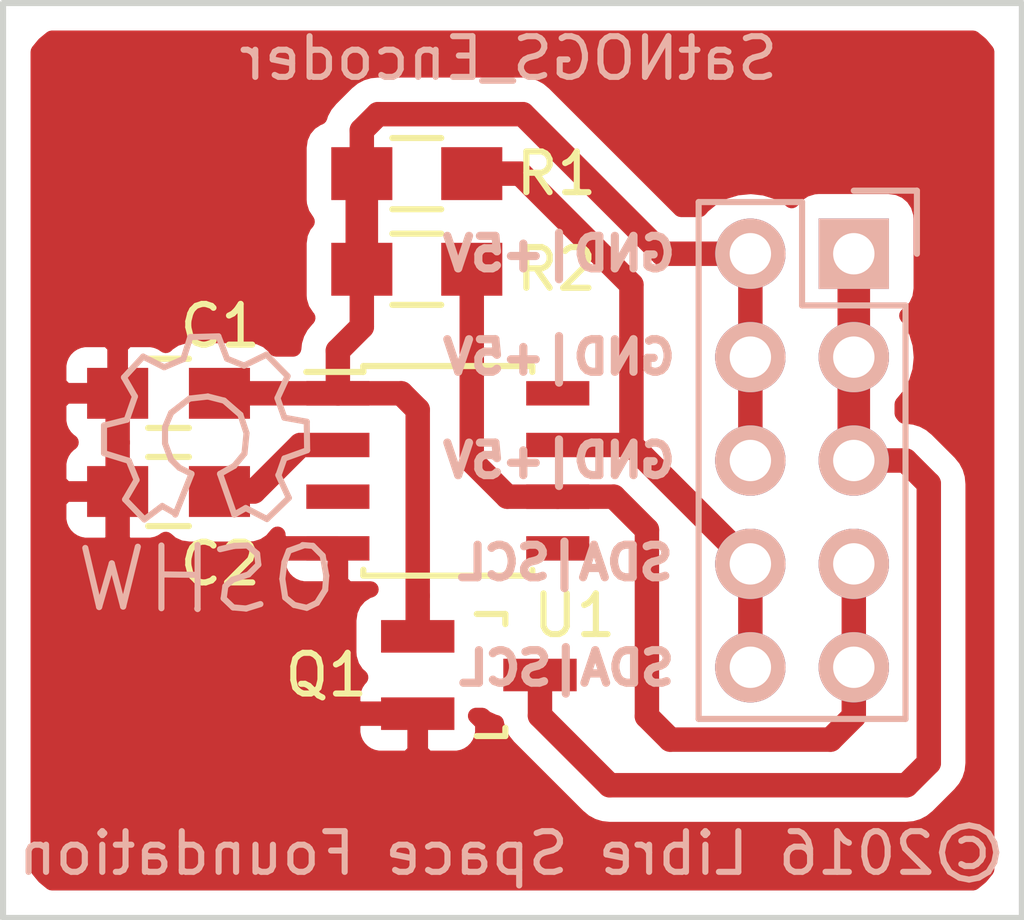
<source format=kicad_pcb>
(kicad_pcb (version 4) (host pcbnew 4.0.2-stable)

  (general
    (links 20)
    (no_connects 0)
    (area 132.830499 68.568499 158.905334 91.197501)
    (thickness 1.6)
    (drawings 9)
    (tracks 54)
    (zones 0)
    (modules 8)
    (nets 10)
  )

  (page A4)
  (layers
    (0 F.Cu signal)
    (31 B.Cu signal)
    (32 B.Adhes user)
    (33 F.Adhes user)
    (34 B.Paste user)
    (35 F.Paste user)
    (36 B.SilkS user)
    (37 F.SilkS user)
    (38 B.Mask user)
    (39 F.Mask user)
    (40 Dwgs.User user)
    (41 Cmts.User user)
    (42 Eco1.User user)
    (43 Eco2.User user)
    (44 Edge.Cuts user)
    (45 Margin user)
    (46 B.CrtYd user)
    (47 F.CrtYd user)
    (48 B.Fab user)
    (49 F.Fab user)
  )

  (setup
    (last_trace_width 0.6)
    (trace_clearance 0.2)
    (zone_clearance 0.6)
    (zone_45_only no)
    (trace_min 0.2)
    (segment_width 0.2)
    (edge_width 0.15)
    (via_size 0.8)
    (via_drill 0.4)
    (via_min_size 0.4)
    (via_min_drill 0.3)
    (uvia_size 0.3)
    (uvia_drill 0.1)
    (uvias_allowed no)
    (uvia_min_size 0.2)
    (uvia_min_drill 0.1)
    (pcb_text_width 0.3)
    (pcb_text_size 1.5 1.5)
    (mod_edge_width 0.15)
    (mod_text_size 1 1)
    (mod_text_width 0.15)
    (pad_size 1.524 1.524)
    (pad_drill 0.762)
    (pad_to_mask_clearance 0.2)
    (aux_axis_origin 0 0)
    (visible_elements FFFFFF7F)
    (pcbplotparams
      (layerselection 0x01000_80000001)
      (usegerberextensions false)
      (excludeedgelayer true)
      (linewidth 0.100000)
      (plotframeref false)
      (viasonmask false)
      (mode 1)
      (useauxorigin false)
      (hpglpennumber 1)
      (hpglpenspeed 20)
      (hpglpendiameter 15)
      (hpglpenoverlay 2)
      (psnegative false)
      (psa4output false)
      (plotreference true)
      (plotvalue true)
      (plotinvisibletext false)
      (padsonsilk false)
      (subtractmaskfromsilk false)
      (outputformat 1)
      (mirror false)
      (drillshape 0)
      (scaleselection 1)
      (outputdirectory gerber/))
  )

  (net 0 "")
  (net 1 GND)
  (net 2 "Net-(C2-Pad1)")
  (net 3 /SDA)
  (net 4 /SCL)
  (net 5 "Net-(U1-Pad3)")
  (net 6 "Net-(U1-Pad5)")
  (net 7 "Net-(U1-Pad8)")
  (net 8 +5V)
  (net 9 "Net-(P1-Pad1)")

  (net_class Default "This is the default net class."
    (clearance 0.2)
    (trace_width 0.6)
    (via_dia 0.8)
    (via_drill 0.4)
    (uvia_dia 0.3)
    (uvia_drill 0.1)
    (add_net +5V)
    (add_net /SCL)
    (add_net /SDA)
    (add_net GND)
    (add_net "Net-(C2-Pad1)")
    (add_net "Net-(P1-Pad1)")
    (add_net "Net-(U1-Pad3)")
    (add_net "Net-(U1-Pad5)")
    (add_net "Net-(U1-Pad8)")
  )

  (module Capacitors_SMD:C_0805_HandSoldering (layer F.Cu) (tedit 56B9B650) (tstamp 56B9B22A)
    (at 136.9695 78.232 180)
    (descr "Capacitor SMD 0805, hand soldering")
    (tags "capacitor 0805")
    (path /56B9AC87)
    (attr smd)
    (fp_text reference C1 (at -1.27 1.651 180) (layer F.SilkS)
      (effects (font (size 1 1) (thickness 0.15)))
    )
    (fp_text value 100n (at 0 2.1 180) (layer F.Fab) hide
      (effects (font (size 1 1) (thickness 0.15)))
    )
    (fp_line (start -2.3 -1) (end 2.3 -1) (layer F.CrtYd) (width 0.05))
    (fp_line (start -2.3 1) (end 2.3 1) (layer F.CrtYd) (width 0.05))
    (fp_line (start -2.3 -1) (end -2.3 1) (layer F.CrtYd) (width 0.05))
    (fp_line (start 2.3 -1) (end 2.3 1) (layer F.CrtYd) (width 0.05))
    (fp_line (start 0.5 -0.85) (end -0.5 -0.85) (layer F.SilkS) (width 0.15))
    (fp_line (start -0.5 0.85) (end 0.5 0.85) (layer F.SilkS) (width 0.15))
    (pad 1 smd rect (at -1.25 0 180) (size 1.5 1.25) (layers F.Cu F.Paste F.Mask)
      (net 8 +5V))
    (pad 2 smd rect (at 1.25 0 180) (size 1.5 1.25) (layers F.Cu F.Paste F.Mask)
      (net 1 GND))
    (model Capacitors_SMD.3dshapes/C_0805_HandSoldering.wrl
      (at (xyz 0 0 0))
      (scale (xyz 1 1 1))
      (rotate (xyz 0 0 0))
    )
  )

  (module Capacitors_SMD:C_0805_HandSoldering (layer F.Cu) (tedit 56B9B653) (tstamp 56B9B230)
    (at 136.9695 80.645 180)
    (descr "Capacitor SMD 0805, hand soldering")
    (tags "capacitor 0805")
    (path /56B9ACF0)
    (attr smd)
    (fp_text reference C2 (at -1.27 -1.778 180) (layer F.SilkS)
      (effects (font (size 1 1) (thickness 0.15)))
    )
    (fp_text value 1u (at 0 2.1 180) (layer F.Fab) hide
      (effects (font (size 1 1) (thickness 0.15)))
    )
    (fp_line (start -2.3 -1) (end 2.3 -1) (layer F.CrtYd) (width 0.05))
    (fp_line (start -2.3 1) (end 2.3 1) (layer F.CrtYd) (width 0.05))
    (fp_line (start -2.3 -1) (end -2.3 1) (layer F.CrtYd) (width 0.05))
    (fp_line (start 2.3 -1) (end 2.3 1) (layer F.CrtYd) (width 0.05))
    (fp_line (start 0.5 -0.85) (end -0.5 -0.85) (layer F.SilkS) (width 0.15))
    (fp_line (start -0.5 0.85) (end 0.5 0.85) (layer F.SilkS) (width 0.15))
    (pad 1 smd rect (at -1.25 0 180) (size 1.5 1.25) (layers F.Cu F.Paste F.Mask)
      (net 2 "Net-(C2-Pad1)"))
    (pad 2 smd rect (at 1.25 0 180) (size 1.5 1.25) (layers F.Cu F.Paste F.Mask)
      (net 1 GND))
    (model Capacitors_SMD.3dshapes/C_0805_HandSoldering.wrl
      (at (xyz 0 0 0))
      (scale (xyz 1 1 1))
      (rotate (xyz 0 0 0))
    )
  )

  (module Housings_SOIC:SOIC-8_3.9x4.9mm_Pitch1.27mm (layer F.Cu) (tedit 56B9C0BF) (tstamp 56B9B248)
    (at 143.8275 80.137)
    (descr "8-Lead Plastic Small Outline (SN) - Narrow, 3.90 mm Body [SOIC] (see Microchip Packaging Specification 00000049BS.pdf)")
    (tags "SOIC 1.27")
    (path /56B9A895)
    (attr smd)
    (fp_text reference U1 (at 3.1115 3.556 180) (layer F.SilkS)
      (effects (font (size 1 1) (thickness 0.15)))
    )
    (fp_text value AS5601 (at 0 3.5) (layer F.Fab) hide
      (effects (font (size 1 1) (thickness 0.15)))
    )
    (fp_line (start -3.75 -2.75) (end -3.75 2.75) (layer F.CrtYd) (width 0.05))
    (fp_line (start 3.75 -2.75) (end 3.75 2.75) (layer F.CrtYd) (width 0.05))
    (fp_line (start -3.75 -2.75) (end 3.75 -2.75) (layer F.CrtYd) (width 0.05))
    (fp_line (start -3.75 2.75) (end 3.75 2.75) (layer F.CrtYd) (width 0.05))
    (fp_line (start -2.075 -2.575) (end -2.075 -2.43) (layer F.SilkS) (width 0.15))
    (fp_line (start 2.075 -2.575) (end 2.075 -2.43) (layer F.SilkS) (width 0.15))
    (fp_line (start 2.075 2.575) (end 2.075 2.43) (layer F.SilkS) (width 0.15))
    (fp_line (start -2.075 2.575) (end -2.075 2.43) (layer F.SilkS) (width 0.15))
    (fp_line (start -2.075 -2.575) (end 2.075 -2.575) (layer F.SilkS) (width 0.15))
    (fp_line (start -2.075 2.575) (end 2.075 2.575) (layer F.SilkS) (width 0.15))
    (fp_line (start -2.075 -2.43) (end -3.475 -2.43) (layer F.SilkS) (width 0.15))
    (pad 1 smd rect (at -2.7 -1.905) (size 1.55 0.6) (layers F.Cu F.Paste F.Mask)
      (net 8 +5V))
    (pad 2 smd rect (at -2.7 -0.635) (size 1.55 0.6) (layers F.Cu F.Paste F.Mask)
      (net 2 "Net-(C2-Pad1)"))
    (pad 3 smd rect (at -2.7 0.635) (size 1.55 0.6) (layers F.Cu F.Paste F.Mask)
      (net 5 "Net-(U1-Pad3)"))
    (pad 4 smd rect (at -2.7 1.905) (size 1.55 0.6) (layers F.Cu F.Paste F.Mask)
      (net 1 GND))
    (pad 5 smd rect (at 2.7 1.905) (size 1.55 0.6) (layers F.Cu F.Paste F.Mask)
      (net 6 "Net-(U1-Pad5)"))
    (pad 6 smd rect (at 2.7 0.635) (size 1.55 0.6) (layers F.Cu F.Paste F.Mask)
      (net 3 /SDA))
    (pad 7 smd rect (at 2.7 -0.635) (size 1.55 0.6) (layers F.Cu F.Paste F.Mask)
      (net 4 /SCL))
    (pad 8 smd rect (at 2.7 -1.905) (size 1.55 0.6) (layers F.Cu F.Paste F.Mask)
      (net 7 "Net-(U1-Pad8)"))
    (model Housings_SOIC.3dshapes/SOIC-8_3.9x4.9mm_Pitch1.27mm.wrl
      (at (xyz 0 0 0))
      (scale (xyz 1 1 1))
      (rotate (xyz 0 0 0))
    )
  )

  (module Pin_Headers:Pin_Header_Straight_2x05 (layer B.Cu) (tedit 56C30CB5) (tstamp 56B9B23C)
    (at 153.797 74.803 180)
    (descr "Through hole pin header")
    (tags "pin header")
    (path /56B9CF83)
    (fp_text reference P1 (at -0.8255 2.4765 180) (layer B.SilkS) hide
      (effects (font (size 1 1) (thickness 0.15)) (justify mirror))
    )
    (fp_text value CONN_02X05 (at 0 3.1 180) (layer B.Fab) hide
      (effects (font (size 1 1) (thickness 0.15)) (justify mirror))
    )
    (fp_line (start -1.75 1.75) (end -1.75 -11.95) (layer B.CrtYd) (width 0.05))
    (fp_line (start 4.3 1.75) (end 4.3 -11.95) (layer B.CrtYd) (width 0.05))
    (fp_line (start -1.75 1.75) (end 4.3 1.75) (layer B.CrtYd) (width 0.05))
    (fp_line (start -1.75 -11.95) (end 4.3 -11.95) (layer B.CrtYd) (width 0.05))
    (fp_line (start 3.81 1.27) (end 3.81 -11.43) (layer B.SilkS) (width 0.15))
    (fp_line (start 3.81 -11.43) (end -1.27 -11.43) (layer B.SilkS) (width 0.15))
    (fp_line (start -1.27 -11.43) (end -1.27 -1.27) (layer B.SilkS) (width 0.15))
    (fp_line (start 3.81 1.27) (end 1.27 1.27) (layer B.SilkS) (width 0.15))
    (fp_line (start 0 1.55) (end -1.55 1.55) (layer B.SilkS) (width 0.15))
    (fp_line (start 1.27 1.27) (end 1.27 -1.27) (layer B.SilkS) (width 0.15))
    (fp_line (start 1.27 -1.27) (end -1.27 -1.27) (layer B.SilkS) (width 0.15))
    (fp_line (start -1.55 1.55) (end -1.55 0) (layer B.SilkS) (width 0.15))
    (pad 1 thru_hole rect (at 0 0 180) (size 1.7272 1.7272) (drill 1.016) (layers *.Cu *.Mask B.SilkS)
      (net 9 "Net-(P1-Pad1)"))
    (pad 2 thru_hole oval (at 2.54 0 180) (size 1.7272 1.7272) (drill 1.016) (layers *.Cu *.Mask B.SilkS)
      (net 8 +5V))
    (pad 3 thru_hole oval (at 0 -2.54 180) (size 1.7272 1.7272) (drill 1.016) (layers *.Cu *.Mask B.SilkS)
      (net 9 "Net-(P1-Pad1)"))
    (pad 4 thru_hole oval (at 2.54 -2.54 180) (size 1.7272 1.7272) (drill 1.016) (layers *.Cu *.Mask B.SilkS)
      (net 8 +5V))
    (pad 5 thru_hole oval (at 0 -5.08 180) (size 1.7272 1.7272) (drill 1.016) (layers *.Cu *.Mask B.SilkS)
      (net 9 "Net-(P1-Pad1)"))
    (pad 6 thru_hole oval (at 2.54 -5.08 180) (size 1.7272 1.7272) (drill 1.016) (layers *.Cu *.Mask B.SilkS)
      (net 8 +5V))
    (pad 7 thru_hole oval (at 0 -7.62 180) (size 1.7272 1.7272) (drill 1.016) (layers *.Cu *.Mask B.SilkS)
      (net 3 /SDA))
    (pad 8 thru_hole oval (at 2.54 -7.62 180) (size 1.7272 1.7272) (drill 1.016) (layers *.Cu *.Mask B.SilkS)
      (net 4 /SCL))
    (pad 9 thru_hole oval (at 0 -10.16 180) (size 1.7272 1.7272) (drill 1.016) (layers *.Cu *.Mask B.SilkS)
      (net 3 /SDA))
    (pad 10 thru_hole oval (at 2.54 -10.16 180) (size 1.7272 1.7272) (drill 1.016) (layers *.Cu *.Mask B.SilkS)
      (net 4 /SCL))
    (model Pin_Headers.3dshapes/Pin_Header_Straight_2x05.wrl
      (at (xyz 0.05 -0.2 0))
      (scale (xyz 1 1 1))
      (rotate (xyz 0 0 90))
    )
  )

  (module Resistors_SMD:R_0805_HandSoldering (layer F.Cu) (tedit 56B9C9F7) (tstamp 56B9C9ED)
    (at 143.0655 72.8345)
    (descr "Resistor SMD 0805, hand soldering")
    (tags "resistor 0805")
    (path /56B9DE8B)
    (attr smd)
    (fp_text reference R1 (at 3.429 0) (layer F.SilkS)
      (effects (font (size 1 1) (thickness 0.15)))
    )
    (fp_text value 4k7 (at 0 2.1) (layer F.Fab) hide
      (effects (font (size 1 1) (thickness 0.15)))
    )
    (fp_line (start -2.4 -1) (end 2.4 -1) (layer F.CrtYd) (width 0.05))
    (fp_line (start -2.4 1) (end 2.4 1) (layer F.CrtYd) (width 0.05))
    (fp_line (start -2.4 -1) (end -2.4 1) (layer F.CrtYd) (width 0.05))
    (fp_line (start 2.4 -1) (end 2.4 1) (layer F.CrtYd) (width 0.05))
    (fp_line (start 0.6 0.875) (end -0.6 0.875) (layer F.SilkS) (width 0.15))
    (fp_line (start -0.6 -0.875) (end 0.6 -0.875) (layer F.SilkS) (width 0.15))
    (pad 1 smd rect (at -1.35 0) (size 1.5 1.3) (layers F.Cu F.Paste F.Mask)
      (net 8 +5V))
    (pad 2 smd rect (at 1.35 0) (size 1.5 1.3) (layers F.Cu F.Paste F.Mask)
      (net 4 /SCL))
    (model Resistors_SMD.3dshapes/R_0805_HandSoldering.wrl
      (at (xyz 0 0 0))
      (scale (xyz 1 1 1))
      (rotate (xyz 0 0 0))
    )
  )

  (module Resistors_SMD:R_0805_HandSoldering (layer F.Cu) (tedit 56B9C9F9) (tstamp 56B9C9F3)
    (at 143.0655 75.184)
    (descr "Resistor SMD 0805, hand soldering")
    (tags "resistor 0805")
    (path /56B9DECB)
    (attr smd)
    (fp_text reference R2 (at 3.429 0) (layer F.SilkS)
      (effects (font (size 1 1) (thickness 0.15)))
    )
    (fp_text value 4k7 (at 0 2.1) (layer F.Fab) hide
      (effects (font (size 1 1) (thickness 0.15)))
    )
    (fp_line (start -2.4 -1) (end 2.4 -1) (layer F.CrtYd) (width 0.05))
    (fp_line (start -2.4 1) (end 2.4 1) (layer F.CrtYd) (width 0.05))
    (fp_line (start -2.4 -1) (end -2.4 1) (layer F.CrtYd) (width 0.05))
    (fp_line (start 2.4 -1) (end 2.4 1) (layer F.CrtYd) (width 0.05))
    (fp_line (start 0.6 0.875) (end -0.6 0.875) (layer F.SilkS) (width 0.15))
    (fp_line (start -0.6 -0.875) (end 0.6 -0.875) (layer F.SilkS) (width 0.15))
    (pad 1 smd rect (at -1.35 0) (size 1.5 1.3) (layers F.Cu F.Paste F.Mask)
      (net 8 +5V))
    (pad 2 smd rect (at 1.35 0) (size 1.5 1.3) (layers F.Cu F.Paste F.Mask)
      (net 3 /SDA))
    (model Resistors_SMD.3dshapes/R_0805_HandSoldering.wrl
      (at (xyz 0 0 0))
      (scale (xyz 1 1 1))
      (rotate (xyz 0 0 0))
    )
  )

  (module Symbols:Symbol_OSHW-Logo_SilkScreen (layer B.Cu) (tedit 56B9D12B) (tstamp 56B9D097)
    (at 137.8839 79.3115 180)
    (descr "Symbol, OSHW-Logo, Silk Screen,")
    (tags "Symbol, OSHW-Logo, Silk Screen,")
    (fp_text reference SatNOGS_Encoder (at -7.4295 9.3091 180) (layer B.SilkS)
      (effects (font (size 1 1) (thickness 0.15)) (justify mirror))
    )
    (fp_text value "©2016 Libre Space Foundation" (at -7.5057 -10.2235 180) (layer B.SilkS)
      (effects (font (size 1 1) (thickness 0.15)) (justify mirror))
    )
    (fp_line (start 1.66878 -2.68986) (end 2.02946 -4.16052) (layer B.SilkS) (width 0.15))
    (fp_line (start 2.02946 -4.16052) (end 2.30886 -3.0988) (layer B.SilkS) (width 0.15))
    (fp_line (start 2.30886 -3.0988) (end 2.61874 -4.17068) (layer B.SilkS) (width 0.15))
    (fp_line (start 2.61874 -4.17068) (end 2.9591 -2.72034) (layer B.SilkS) (width 0.15))
    (fp_line (start 0.24892 -3.38074) (end 1.03886 -3.37058) (layer B.SilkS) (width 0.15))
    (fp_line (start 1.03886 -3.37058) (end 1.04902 -3.38074) (layer B.SilkS) (width 0.15))
    (fp_line (start 1.04902 -3.38074) (end 1.04902 -3.37058) (layer B.SilkS) (width 0.15))
    (fp_line (start 1.08966 -2.65938) (end 1.08966 -4.20116) (layer B.SilkS) (width 0.15))
    (fp_line (start 0.20066 -2.64922) (end 0.20066 -4.21894) (layer B.SilkS) (width 0.15))
    (fp_line (start 0.20066 -4.21894) (end 0.21082 -4.20878) (layer B.SilkS) (width 0.15))
    (fp_line (start -0.35052 -2.75082) (end -0.70104 -2.66954) (layer B.SilkS) (width 0.15))
    (fp_line (start -0.70104 -2.66954) (end -1.02108 -2.65938) (layer B.SilkS) (width 0.15))
    (fp_line (start -1.02108 -2.65938) (end -1.25984 -2.86004) (layer B.SilkS) (width 0.15))
    (fp_line (start -1.25984 -2.86004) (end -1.29032 -3.12928) (layer B.SilkS) (width 0.15))
    (fp_line (start -1.29032 -3.12928) (end -1.04902 -3.37058) (layer B.SilkS) (width 0.15))
    (fp_line (start -1.04902 -3.37058) (end -0.6604 -3.50012) (layer B.SilkS) (width 0.15))
    (fp_line (start -0.6604 -3.50012) (end -0.48006 -3.66014) (layer B.SilkS) (width 0.15))
    (fp_line (start -0.48006 -3.66014) (end -0.43942 -3.95986) (layer B.SilkS) (width 0.15))
    (fp_line (start -0.43942 -3.95986) (end -0.67056 -4.18084) (layer B.SilkS) (width 0.15))
    (fp_line (start -0.67056 -4.18084) (end -0.9906 -4.20878) (layer B.SilkS) (width 0.15))
    (fp_line (start -0.9906 -4.20878) (end -1.34112 -4.09956) (layer B.SilkS) (width 0.15))
    (fp_line (start -2.37998 -2.64922) (end -2.6289 -2.66954) (layer B.SilkS) (width 0.15))
    (fp_line (start -2.6289 -2.66954) (end -2.8702 -2.91084) (layer B.SilkS) (width 0.15))
    (fp_line (start -2.8702 -2.91084) (end -2.9591 -3.40106) (layer B.SilkS) (width 0.15))
    (fp_line (start -2.9591 -3.40106) (end -2.93116 -3.74904) (layer B.SilkS) (width 0.15))
    (fp_line (start -2.93116 -3.74904) (end -2.7305 -4.06908) (layer B.SilkS) (width 0.15))
    (fp_line (start -2.7305 -4.06908) (end -2.47904 -4.191) (layer B.SilkS) (width 0.15))
    (fp_line (start -2.47904 -4.191) (end -2.16916 -4.11988) (layer B.SilkS) (width 0.15))
    (fp_line (start -2.16916 -4.11988) (end -1.95072 -3.93954) (layer B.SilkS) (width 0.15))
    (fp_line (start -1.95072 -3.93954) (end -1.8796 -3.4798) (layer B.SilkS) (width 0.15))
    (fp_line (start -1.8796 -3.4798) (end -1.9304 -3.07086) (layer B.SilkS) (width 0.15))
    (fp_line (start -1.9304 -3.07086) (end -2.03962 -2.78892) (layer B.SilkS) (width 0.15))
    (fp_line (start -2.03962 -2.78892) (end -2.4003 -2.65938) (layer B.SilkS) (width 0.15))
    (fp_line (start -1.78054 -0.92964) (end -2.03962 -1.49098) (layer B.SilkS) (width 0.15))
    (fp_line (start -2.03962 -1.49098) (end -1.50114 -2.00914) (layer B.SilkS) (width 0.15))
    (fp_line (start -1.50114 -2.00914) (end -0.98044 -1.7399) (layer B.SilkS) (width 0.15))
    (fp_line (start -0.98044 -1.7399) (end -0.70104 -1.89992) (layer B.SilkS) (width 0.15))
    (fp_line (start 0.73914 -1.8796) (end 1.06934 -1.6891) (layer B.SilkS) (width 0.15))
    (fp_line (start 1.06934 -1.6891) (end 1.50876 -2.0193) (layer B.SilkS) (width 0.15))
    (fp_line (start 1.50876 -2.0193) (end 1.9812 -1.52908) (layer B.SilkS) (width 0.15))
    (fp_line (start 1.9812 -1.52908) (end 1.69926 -1.04902) (layer B.SilkS) (width 0.15))
    (fp_line (start 1.69926 -1.04902) (end 1.88976 -0.57912) (layer B.SilkS) (width 0.15))
    (fp_line (start 1.88976 -0.57912) (end 2.49936 -0.39116) (layer B.SilkS) (width 0.15))
    (fp_line (start 2.49936 -0.39116) (end 2.49936 0.28956) (layer B.SilkS) (width 0.15))
    (fp_line (start 2.49936 0.28956) (end 1.94056 0.42926) (layer B.SilkS) (width 0.15))
    (fp_line (start 1.94056 0.42926) (end 1.7399 1.00076) (layer B.SilkS) (width 0.15))
    (fp_line (start 1.7399 1.00076) (end 2.00914 1.47066) (layer B.SilkS) (width 0.15))
    (fp_line (start 2.00914 1.47066) (end 1.53924 1.9812) (layer B.SilkS) (width 0.15))
    (fp_line (start 1.53924 1.9812) (end 1.02108 1.71958) (layer B.SilkS) (width 0.15))
    (fp_line (start 1.02108 1.71958) (end 0.55118 1.92024) (layer B.SilkS) (width 0.15))
    (fp_line (start 0.55118 1.92024) (end 0.381 2.46126) (layer B.SilkS) (width 0.15))
    (fp_line (start 0.381 2.46126) (end -0.30988 2.47904) (layer B.SilkS) (width 0.15))
    (fp_line (start -0.30988 2.47904) (end -0.5207 1.9304) (layer B.SilkS) (width 0.15))
    (fp_line (start -0.5207 1.9304) (end -0.9398 1.76022) (layer B.SilkS) (width 0.15))
    (fp_line (start -0.9398 1.76022) (end -1.49098 2.02946) (layer B.SilkS) (width 0.15))
    (fp_line (start -1.49098 2.02946) (end -2.00914 1.50114) (layer B.SilkS) (width 0.15))
    (fp_line (start -2.00914 1.50114) (end -1.76022 0.96012) (layer B.SilkS) (width 0.15))
    (fp_line (start -1.76022 0.96012) (end -1.9304 0.48006) (layer B.SilkS) (width 0.15))
    (fp_line (start -1.9304 0.48006) (end -2.47904 0.381) (layer B.SilkS) (width 0.15))
    (fp_line (start -2.47904 0.381) (end -2.4892 -0.32004) (layer B.SilkS) (width 0.15))
    (fp_line (start -2.4892 -0.32004) (end -1.9304 -0.5207) (layer B.SilkS) (width 0.15))
    (fp_line (start -1.9304 -0.5207) (end -1.7907 -0.91948) (layer B.SilkS) (width 0.15))
    (fp_line (start 0.35052 -0.89916) (end 0.65024 -0.7493) (layer B.SilkS) (width 0.15))
    (fp_line (start 0.65024 -0.7493) (end 0.8509 -0.55118) (layer B.SilkS) (width 0.15))
    (fp_line (start 0.8509 -0.55118) (end 1.00076 -0.14986) (layer B.SilkS) (width 0.15))
    (fp_line (start 1.00076 -0.14986) (end 1.00076 0.24892) (layer B.SilkS) (width 0.15))
    (fp_line (start 1.00076 0.24892) (end 0.8509 0.59944) (layer B.SilkS) (width 0.15))
    (fp_line (start 0.8509 0.59944) (end 0.39878 0.94996) (layer B.SilkS) (width 0.15))
    (fp_line (start 0.39878 0.94996) (end -0.0508 1.00076) (layer B.SilkS) (width 0.15))
    (fp_line (start -0.0508 1.00076) (end -0.44958 0.89916) (layer B.SilkS) (width 0.15))
    (fp_line (start -0.44958 0.89916) (end -0.8509 0.55118) (layer B.SilkS) (width 0.15))
    (fp_line (start -0.8509 0.55118) (end -1.00076 0.09906) (layer B.SilkS) (width 0.15))
    (fp_line (start -1.00076 0.09906) (end -0.94996 -0.39878) (layer B.SilkS) (width 0.15))
    (fp_line (start -0.94996 -0.39878) (end -0.70104 -0.70104) (layer B.SilkS) (width 0.15))
    (fp_line (start -0.70104 -0.70104) (end -0.35052 -0.89916) (layer B.SilkS) (width 0.15))
    (fp_line (start -0.35052 -0.89916) (end -0.70104 -1.89992) (layer B.SilkS) (width 0.15))
    (fp_line (start 0.35052 -0.89916) (end 0.7493 -1.89992) (layer B.SilkS) (width 0.15))
  )

  (module TO_SOT_Packages_SMD:SOT-23_Handsoldering (layer F.Cu) (tedit 5703AD0D) (tstamp 5703A750)
    (at 144.5895 85.1535 270)
    (descr "SOT-23, Handsoldering")
    (tags SOT-23)
    (path /5703C90F)
    (attr smd)
    (fp_text reference Q1 (at 0 3.7465 360) (layer F.SilkS)
      (effects (font (size 1 1) (thickness 0.15)))
    )
    (fp_text value Q_NMOS_GSD (at 0 3.81 270) (layer F.Fab) hide
      (effects (font (size 1 1) (thickness 0.15)))
    )
    (fp_line (start -1.49982 0.0508) (end -1.49982 -0.65024) (layer F.SilkS) (width 0.15))
    (fp_line (start -1.49982 -0.65024) (end -1.2509 -0.65024) (layer F.SilkS) (width 0.15))
    (fp_line (start 1.29916 -0.65024) (end 1.49982 -0.65024) (layer F.SilkS) (width 0.15))
    (fp_line (start 1.49982 -0.65024) (end 1.49982 0.0508) (layer F.SilkS) (width 0.15))
    (pad 1 smd rect (at -0.95 1.50114 270) (size 0.8001 1.80086) (layers F.Cu F.Paste F.Mask)
      (net 8 +5V))
    (pad 2 smd rect (at 0.95 1.50114 270) (size 0.8001 1.80086) (layers F.Cu F.Paste F.Mask)
      (net 1 GND))
    (pad 3 smd rect (at 0 -1.50114 270) (size 0.8001 1.80086) (layers F.Cu F.Paste F.Mask)
      (net 9 "Net-(P1-Pad1)"))
    (model TO_SOT_Packages_SMD.3dshapes/SOT-23_Handsoldering.wrl
      (at (xyz 0 0 0))
      (scale (xyz 1 1 1))
      (rotate (xyz 0 0 0))
    )
  )

  (gr_text "SDA|SCL\n" (at 146.7104 82.39252) (layer B.SilkS) (tstamp 56C30C4D)
    (effects (font (size 0.8 0.8) (thickness 0.2)) (justify mirror))
  )
  (gr_text "GND|+5V\n" (at 146.558 74.803) (layer B.SilkS) (tstamp 56B9D02C)
    (effects (font (size 0.8 0.8) (thickness 0.2)) (justify mirror))
  )
  (gr_text "GND|+5V\n" (at 146.558 77.343) (layer B.SilkS) (tstamp 56B9D01D)
    (effects (font (size 0.8 0.8) (thickness 0.2)) (justify mirror))
  )
  (gr_text "GND|+5V\n" (at 146.558 79.883) (layer B.SilkS) (tstamp 56B9CFC4)
    (effects (font (size 0.8 0.8) (thickness 0.2)) (justify mirror))
  )
  (gr_text "SDA|SCL\n" (at 146.74342 84.98332) (layer B.SilkS) (tstamp 56B9CECD)
    (effects (font (size 0.8 0.8) (thickness 0.2)) (justify mirror))
  )
  (gr_line (start 157.9245 91.1225) (end 157.9245 68.6435) (layer Edge.Cuts) (width 0.15))
  (gr_line (start 132.9055 91.1225) (end 157.9245 91.1225) (layer Edge.Cuts) (width 0.15))
  (gr_line (start 132.9055 68.6435) (end 132.9055 91.1225) (layer Edge.Cuts) (width 0.15))
  (gr_line (start 132.9055 68.6435) (end 157.9245 68.6435) (layer Edge.Cuts) (width 0.15))

  (segment (start 138.8745 82.8675) (end 136.271 82.8675) (width 0.6) (layer F.Cu) (net 1))
  (segment (start 136.271 82.8675) (end 135.7195 82.316) (width 0.6) (layer F.Cu) (net 1))
  (segment (start 135.7195 82.316) (end 135.7195 80.645) (width 0.6) (layer F.Cu) (net 1))
  (segment (start 135.7195 80.645) (end 135.7195 78.232) (width 0.6) (layer F.Cu) (net 1))
  (segment (start 140.12743 86.1035) (end 143.08836 86.1035) (width 0.6) (layer F.Cu) (net 1))
  (segment (start 140.12743 86.1035) (end 138.8745 84.85057) (width 0.6) (layer F.Cu) (net 1))
  (segment (start 138.8745 84.85057) (end 138.8745 82.8675) (width 0.6) (layer F.Cu) (net 1))
  (segment (start 138.8745 82.8675) (end 139.7 82.042) (width 0.6) (layer F.Cu) (net 1))
  (segment (start 139.7 82.042) (end 141.1275 82.042) (width 0.6) (layer F.Cu) (net 1))
  (segment (start 139.065 80.645) (end 140.208 79.502) (width 0.6) (layer F.Cu) (net 2))
  (segment (start 139.065 80.645) (end 138.2195 80.645) (width 0.6) (layer F.Cu) (net 2))
  (segment (start 140.208 79.502) (end 141.1275 79.502) (width 0.6) (layer F.Cu) (net 2))
  (segment (start 146.5275 80.772) (end 147.9025 80.772) (width 0.6) (layer F.Cu) (net 3))
  (segment (start 148.717 81.5865) (end 148.717 86.1695) (width 0.6) (layer F.Cu) (net 3))
  (segment (start 147.9025 80.772) (end 148.717 81.5865) (width 0.6) (layer F.Cu) (net 3))
  (segment (start 148.717 86.1695) (end 149.2885 86.741) (width 0.6) (layer F.Cu) (net 3))
  (segment (start 149.2885 86.741) (end 153.2255 86.741) (width 0.6) (layer F.Cu) (net 3))
  (segment (start 153.2255 86.741) (end 153.797 86.1695) (width 0.6) (layer F.Cu) (net 3))
  (segment (start 153.797 86.1695) (end 153.797 84.963) (width 0.6) (layer F.Cu) (net 3))
  (segment (start 153.797 84.963) (end 153.797 82.423) (width 0.6) (layer F.Cu) (net 3))
  (segment (start 146.5275 80.772) (end 145.288 80.772) (width 0.6) (layer F.Cu) (net 3))
  (segment (start 145.288 80.772) (end 144.4155 79.8995) (width 0.6) (layer F.Cu) (net 3))
  (segment (start 144.4155 79.8995) (end 144.4155 75.184) (width 0.6) (layer F.Cu) (net 3))
  (segment (start 144.4155 72.8345) (end 145.6055 72.8345) (width 0.6) (layer F.Cu) (net 4))
  (segment (start 145.6055 72.8345) (end 148.336 75.565) (width 0.6) (layer F.Cu) (net 4))
  (segment (start 148.336 75.565) (end 148.336 79.502) (width 0.6) (layer F.Cu) (net 4))
  (segment (start 146.5275 79.502) (end 148.336 79.502) (width 0.6) (layer F.Cu) (net 4))
  (segment (start 148.336 79.502) (end 151.257 82.423) (width 0.6) (layer F.Cu) (net 4))
  (segment (start 151.257 84.963) (end 151.257 82.423) (width 0.6) (layer F.Cu) (net 4))
  (segment (start 141.1275 78.232) (end 142.6845 78.232) (width 0.6) (layer F.Cu) (net 8))
  (segment (start 142.6845 78.232) (end 143.08836 78.63586) (width 0.6) (layer F.Cu) (net 8))
  (segment (start 143.08836 78.63586) (end 143.08836 83.20345) (width 0.6) (layer F.Cu) (net 8))
  (segment (start 143.08836 83.20345) (end 143.08836 84.2035) (width 0.6) (layer F.Cu) (net 8))
  (segment (start 138.2195 78.232) (end 141.1275 78.232) (width 0.6) (layer F.Cu) (net 8))
  (segment (start 151.257 74.803) (end 149.098 74.803) (width 0.6) (layer F.Cu) (net 8))
  (segment (start 149.098 74.803) (end 145.669 71.374) (width 0.6) (layer F.Cu) (net 8))
  (segment (start 145.669 71.374) (end 142.113 71.374) (width 0.6) (layer F.Cu) (net 8))
  (segment (start 142.113 71.374) (end 141.7155 71.7715) (width 0.6) (layer F.Cu) (net 8))
  (segment (start 141.7155 71.7715) (end 141.7155 72.8345) (width 0.6) (layer F.Cu) (net 8))
  (segment (start 151.257 77.343) (end 151.257 74.803) (width 0.6) (layer F.Cu) (net 8))
  (segment (start 151.257 79.883) (end 151.257 77.343) (width 0.6) (layer F.Cu) (net 8))
  (segment (start 141.1275 77.1855) (end 141.7155 76.5975) (width 0.6) (layer F.Cu) (net 8))
  (segment (start 141.7155 76.5975) (end 141.7155 75.184) (width 0.6) (layer F.Cu) (net 8))
  (segment (start 141.1275 78.232) (end 141.1275 77.1855) (width 0.6) (layer F.Cu) (net 8))
  (segment (start 141.7155 75.184) (end 141.7155 72.8345) (width 0.8) (layer F.Cu) (net 8))
  (segment (start 146.09064 85.1535) (end 146.09064 86.15355) (width 0.6) (layer F.Cu) (net 9))
  (segment (start 146.09064 86.15355) (end 147.79823 87.86114) (width 0.6) (layer F.Cu) (net 9))
  (segment (start 147.79823 87.86114) (end 155.08986 87.86114) (width 0.6) (layer F.Cu) (net 9))
  (segment (start 155.08986 87.86114) (end 155.6385 87.3125) (width 0.6) (layer F.Cu) (net 9))
  (segment (start 155.067 79.883) (end 153.797 79.883) (width 0.6) (layer F.Cu) (net 9))
  (segment (start 155.6385 87.3125) (end 155.6385 80.4545) (width 0.6) (layer F.Cu) (net 9))
  (segment (start 155.6385 80.4545) (end 155.067 79.883) (width 0.6) (layer F.Cu) (net 9))
  (segment (start 153.797 77.343) (end 153.797 74.803) (width 0.8) (layer F.Cu) (net 9))
  (segment (start 153.797 79.883) (end 153.797 77.343) (width 0.8) (layer F.Cu) (net 9))

  (zone (net 1) (net_name GND) (layer F.Cu) (tstamp 0) (hatch edge 0.508)
    (connect_pads (clearance 0.6))
    (min_thickness 0.4)
    (fill yes (arc_segments 32) (thermal_gap 0.508) (thermal_bridge_width 0.508) (smoothing fillet) (radius 3))
    (polygon
      (pts
        (xy 132.9055 68.6435) (xy 157.9245 68.6435) (xy 157.9245 91.1225) (xy 132.9055 91.1225)
      )
    )
    (filled_polygon
      (pts
        (xy 156.903714 69.664286) (xy 157.0495 69.841926) (xy 157.0495 89.924074) (xy 156.903714 90.101714) (xy 156.726074 90.2475)
        (xy 134.103926 90.2475) (xy 133.926286 90.101714) (xy 133.7805 89.924074) (xy 133.7805 86.3345) (xy 141.47993 86.3345)
        (xy 141.47993 86.573282) (xy 141.507138 86.710066) (xy 141.560509 86.838914) (xy 141.637991 86.954874) (xy 141.736606 87.05349)
        (xy 141.852566 87.130972) (xy 141.981414 87.184342) (xy 142.118198 87.21155) (xy 142.85736 87.21155) (xy 143.03436 87.03455)
        (xy 143.03436 86.1575) (xy 141.65693 86.1575) (xy 141.47993 86.3345) (xy 133.7805 86.3345) (xy 133.7805 82.273)
        (xy 139.6445 82.273) (xy 139.6445 82.411732) (xy 139.671708 82.548516) (xy 139.725078 82.677364) (xy 139.80256 82.793324)
        (xy 139.901176 82.891939) (xy 140.017136 82.969421) (xy 140.145984 83.022792) (xy 140.282768 83.05) (xy 140.8965 83.05)
        (xy 141.0735 82.873) (xy 141.0735 82.096) (xy 139.8215 82.096) (xy 139.6445 82.273) (xy 133.7805 82.273)
        (xy 133.7805 80.876) (xy 134.2615 80.876) (xy 134.2615 81.339732) (xy 134.288708 81.476516) (xy 134.342078 81.605364)
        (xy 134.41956 81.721324) (xy 134.518176 81.819939) (xy 134.634136 81.897421) (xy 134.762984 81.950792) (xy 134.899768 81.978)
        (xy 135.4885 81.978) (xy 135.6655 81.801) (xy 135.6655 80.699) (xy 134.4385 80.699) (xy 134.2615 80.876)
        (xy 133.7805 80.876) (xy 133.7805 78.463) (xy 134.2615 78.463) (xy 134.2615 78.926732) (xy 134.288708 79.063516)
        (xy 134.342078 79.192364) (xy 134.41956 79.308324) (xy 134.518176 79.406939) (xy 134.56541 79.4385) (xy 134.518176 79.470061)
        (xy 134.41956 79.568676) (xy 134.342078 79.684636) (xy 134.288708 79.813484) (xy 134.2615 79.950268) (xy 134.2615 80.414)
        (xy 134.4385 80.591) (xy 135.6655 80.591) (xy 135.6655 79.489) (xy 135.615 79.4385) (xy 135.6655 79.388)
        (xy 135.6655 78.286) (xy 134.4385 78.286) (xy 134.2615 78.463) (xy 133.7805 78.463) (xy 133.7805 77.537268)
        (xy 134.2615 77.537268) (xy 134.2615 78.001) (xy 134.4385 78.178) (xy 135.6655 78.178) (xy 135.6655 77.076)
        (xy 135.7735 77.076) (xy 135.7735 78.178) (xy 135.7935 78.178) (xy 135.7935 78.286) (xy 135.7735 78.286)
        (xy 135.7735 79.388) (xy 135.824 79.4385) (xy 135.7735 79.489) (xy 135.7735 80.591) (xy 135.7935 80.591)
        (xy 135.7935 80.699) (xy 135.7735 80.699) (xy 135.7735 81.801) (xy 135.9505 81.978) (xy 136.539232 81.978)
        (xy 136.676016 81.950792) (xy 136.804864 81.897421) (xy 136.902311 81.832309) (xy 137.039327 81.949086) (xy 137.245547 82.042044)
        (xy 137.4695 82.07387) (xy 138.9695 82.07387) (xy 139.096897 82.063711) (xy 139.312976 81.996795) (xy 139.501858 81.872331)
        (xy 139.6445 81.704967) (xy 139.6445 81.811) (xy 139.8215 81.988) (xy 141.0735 81.988) (xy 141.0735 81.968)
        (xy 141.1815 81.968) (xy 141.1815 81.988) (xy 141.2015 81.988) (xy 141.2015 82.096) (xy 141.1815 82.096)
        (xy 141.1815 82.873) (xy 141.3585 83.05) (xy 141.930526 83.05) (xy 141.844454 83.076655) (xy 141.655572 83.201119)
        (xy 141.508844 83.373277) (xy 141.415886 83.579497) (xy 141.38406 83.80345) (xy 141.38406 84.60355) (xy 141.394219 84.730947)
        (xy 141.461135 84.947026) (xy 141.585599 85.135908) (xy 141.676627 85.21349) (xy 141.637991 85.252126) (xy 141.560509 85.368086)
        (xy 141.507138 85.496934) (xy 141.47993 85.633718) (xy 141.47993 85.8725) (xy 141.65693 86.0495) (xy 143.03436 86.0495)
        (xy 143.03436 86.0295) (xy 143.14236 86.0295) (xy 143.14236 86.0495) (xy 143.16236 86.0495) (xy 143.16236 86.1575)
        (xy 143.14236 86.1575) (xy 143.14236 87.03455) (xy 143.31936 87.21155) (xy 144.058522 87.21155) (xy 144.195306 87.184342)
        (xy 144.324154 87.130972) (xy 144.440114 87.05349) (xy 144.538729 86.954874) (xy 144.616211 86.838914) (xy 144.669582 86.710066)
        (xy 144.69679 86.573282) (xy 144.69679 86.3345) (xy 144.519792 86.157502) (xy 144.671881 86.157502) (xy 144.760037 86.232636)
        (xy 144.966257 86.325594) (xy 145.00727 86.331422) (xy 145.009411 86.355896) (xy 145.011024 86.361449) (xy 145.011589 86.367208)
        (xy 145.04097 86.464523) (xy 145.069306 86.562055) (xy 145.071967 86.567188) (xy 145.073639 86.572727) (xy 145.121357 86.662472)
        (xy 145.168103 86.752653) (xy 145.171711 86.757172) (xy 145.174427 86.762281) (xy 145.238651 86.841028) (xy 145.302038 86.920432)
        (xy 145.309972 86.928476) (xy 145.310112 86.928648) (xy 145.310271 86.92878) (xy 145.312823 86.931367) (xy 147.020413 88.638958)
        (xy 147.098911 88.703437) (xy 147.176766 88.768765) (xy 147.181836 88.771552) (xy 147.186305 88.775223) (xy 147.275833 88.823228)
        (xy 147.364894 88.872189) (xy 147.370409 88.873938) (xy 147.375505 88.876671) (xy 147.472663 88.906375) (xy 147.569527 88.937102)
        (xy 147.575275 88.937747) (xy 147.580807 88.939438) (xy 147.68192 88.949709) (xy 147.782872 88.961033) (xy 147.794171 88.961112)
        (xy 147.79439 88.961134) (xy 147.794594 88.961115) (xy 147.79823 88.96114) (xy 155.08986 88.96114) (xy 155.190982 88.951225)
        (xy 155.292206 88.942369) (xy 155.297759 88.940756) (xy 155.303518 88.940191) (xy 155.400833 88.91081) (xy 155.498365 88.882474)
        (xy 155.503498 88.879813) (xy 155.509037 88.878141) (xy 155.598782 88.830423) (xy 155.688963 88.783677) (xy 155.693482 88.780069)
        (xy 155.698591 88.777353) (xy 155.777338 88.713129) (xy 155.856742 88.649742) (xy 155.864786 88.641808) (xy 155.864958 88.641668)
        (xy 155.86509 88.641509) (xy 155.867677 88.638957) (xy 156.416317 88.090318) (xy 156.480792 88.011825) (xy 156.546125 87.933964)
        (xy 156.548913 87.928894) (xy 156.552583 87.924425) (xy 156.600588 87.834897) (xy 156.649549 87.745836) (xy 156.651298 87.740321)
        (xy 156.654031 87.735225) (xy 156.683735 87.638067) (xy 156.714462 87.541203) (xy 156.715107 87.535455) (xy 156.716798 87.529923)
        (xy 156.727069 87.42881) (xy 156.738393 87.327858) (xy 156.738472 87.316559) (xy 156.738494 87.31634) (xy 156.738475 87.316136)
        (xy 156.7385 87.3125) (xy 156.7385 80.4545) (xy 156.728585 80.353378) (xy 156.719729 80.252154) (xy 156.718116 80.246601)
        (xy 156.717551 80.240842) (xy 156.68817 80.143527) (xy 156.659834 80.045995) (xy 156.657173 80.040862) (xy 156.655501 80.035323)
        (xy 156.607783 79.945578) (xy 156.561037 79.855397) (xy 156.557429 79.850878) (xy 156.554713 79.845769) (xy 156.490489 79.767022)
        (xy 156.427102 79.687618) (xy 156.419168 79.679574) (xy 156.419028 79.679402) (xy 156.418869 79.67927) (xy 156.416317 79.676683)
        (xy 155.844817 79.105183) (xy 155.766349 79.040728) (xy 155.688464 78.975375) (xy 155.683393 78.972587) (xy 155.678925 78.968917)
        (xy 155.589397 78.920912) (xy 155.500336 78.871951) (xy 155.494821 78.870202) (xy 155.489725 78.867469) (xy 155.392567 78.837765)
        (xy 155.295703 78.807038) (xy 155.289955 78.806393) (xy 155.284423 78.804702) (xy 155.18331 78.794431) (xy 155.082358 78.783107)
        (xy 155.071059 78.783028) (xy 155.07084 78.783006) (xy 155.070636 78.783025) (xy 155.067 78.783) (xy 155.045071 78.783)
        (xy 154.997 78.723212) (xy 154.997 78.499602) (xy 155.184236 78.273273) (xy 155.338661 77.987671) (xy 155.43467 77.677513)
        (xy 155.468608 77.354614) (xy 155.439182 77.031272) (xy 155.347512 76.719804) (xy 155.19709 76.432074) (xy 155.109916 76.323651)
        (xy 155.192958 76.268931) (xy 155.339686 76.096773) (xy 155.432644 75.890553) (xy 155.46447 75.6666) (xy 155.46447 73.9394)
        (xy 155.454311 73.812003) (xy 155.387395 73.595924) (xy 155.262931 73.407042) (xy 155.090773 73.260314) (xy 154.884553 73.167356)
        (xy 154.6606 73.13553) (xy 152.9334 73.13553) (xy 152.806003 73.145689) (xy 152.589924 73.212605) (xy 152.401042 73.337069)
        (xy 152.272922 73.487394) (xy 152.204928 73.430341) (xy 151.920411 73.273926) (xy 151.610931 73.175754) (xy 151.288276 73.139562)
        (xy 151.265049 73.1394) (xy 151.248951 73.1394) (xy 150.925823 73.171083) (xy 150.615002 73.264925) (xy 150.328329 73.417352)
        (xy 150.076722 73.622558) (xy 150.010175 73.703) (xy 149.553635 73.703) (xy 146.446817 70.596183) (xy 146.368349 70.531728)
        (xy 146.290464 70.466375) (xy 146.285393 70.463587) (xy 146.280925 70.459917) (xy 146.191397 70.411912) (xy 146.102336 70.362951)
        (xy 146.096821 70.361202) (xy 146.091725 70.358469) (xy 145.994567 70.328765) (xy 145.897703 70.298038) (xy 145.891955 70.297393)
        (xy 145.886423 70.295702) (xy 145.78531 70.285431) (xy 145.684358 70.274107) (xy 145.673059 70.274028) (xy 145.67284 70.274006)
        (xy 145.672636 70.274025) (xy 145.669 70.274) (xy 142.113 70.274) (xy 142.011878 70.283915) (xy 141.910654 70.292771)
        (xy 141.905101 70.294384) (xy 141.899342 70.294949) (xy 141.802073 70.324316) (xy 141.704495 70.352665) (xy 141.699358 70.355328)
        (xy 141.693823 70.356999) (xy 141.604153 70.404678) (xy 141.513897 70.451462) (xy 141.509374 70.455073) (xy 141.504269 70.457787)
        (xy 141.425549 70.521989) (xy 141.346118 70.585398) (xy 141.338069 70.593336) (xy 141.337902 70.593472) (xy 141.337774 70.593627)
        (xy 141.335183 70.596182) (xy 140.937683 70.993683) (xy 140.873228 71.072151) (xy 140.807875 71.150036) (xy 140.805087 71.155107)
        (xy 140.801417 71.159575) (xy 140.753412 71.249103) (xy 140.704451 71.338164) (xy 140.702702 71.343679) (xy 140.699969 71.348775)
        (xy 140.671335 71.442434) (xy 140.622024 71.457705) (xy 140.433142 71.582169) (xy 140.286414 71.754327) (xy 140.193456 71.960547)
        (xy 140.16163 72.1845) (xy 140.16163 73.4845) (xy 140.171789 73.611897) (xy 140.238705 73.827976) (xy 140.362021 74.015116)
        (xy 140.286414 74.103827) (xy 140.193456 74.310047) (xy 140.16163 74.534) (xy 140.16163 75.834) (xy 140.171789 75.961397)
        (xy 140.238705 76.177476) (xy 140.363169 76.366358) (xy 140.378199 76.379167) (xy 140.349683 76.407683) (xy 140.285228 76.486151)
        (xy 140.219875 76.564036) (xy 140.217087 76.569107) (xy 140.213417 76.573575) (xy 140.165412 76.663103) (xy 140.116451 76.752164)
        (xy 140.114702 76.757679) (xy 140.111969 76.762775) (xy 140.082265 76.859933) (xy 140.051538 76.956797) (xy 140.050893 76.962545)
        (xy 140.049202 76.968077) (xy 140.038931 77.06919) (xy 140.031885 77.132) (xy 139.609627 77.132) (xy 139.571831 77.074642)
        (xy 139.399673 76.927914) (xy 139.193453 76.834956) (xy 138.9695 76.80313) (xy 137.4695 76.80313) (xy 137.342103 76.813289)
        (xy 137.126024 76.880205) (xy 136.937142 77.004669) (xy 136.90277 77.044998) (xy 136.804864 76.979579) (xy 136.676016 76.926208)
        (xy 136.539232 76.899) (xy 135.9505 76.899) (xy 135.7735 77.076) (xy 135.6655 77.076) (xy 135.4885 76.899)
        (xy 134.899768 76.899) (xy 134.762984 76.926208) (xy 134.634136 76.979579) (xy 134.518176 77.057061) (xy 134.41956 77.155676)
        (xy 134.342078 77.271636) (xy 134.288708 77.400484) (xy 134.2615 77.537268) (xy 133.7805 77.537268) (xy 133.7805 69.841926)
        (xy 133.926286 69.664286) (xy 134.103926 69.5185) (xy 156.726074 69.5185)
      )
    )
  )
  (zone (net 1) (net_name GND) (layer B.Cu) (tstamp 0) (hatch edge 0.508)
    (connect_pads (clearance 0.6))
    (min_thickness 0.4)
    (fill yes (arc_segments 16) (thermal_gap 0.508) (thermal_bridge_width 0.508) (smoothing fillet) (radius 3))
    (polygon
      (pts
        (xy 132.9055 68.6435) (xy 157.9245 68.6435) (xy 157.9245 91.1225) (xy 132.9055 91.1225)
      )
    )
  )
)

</source>
